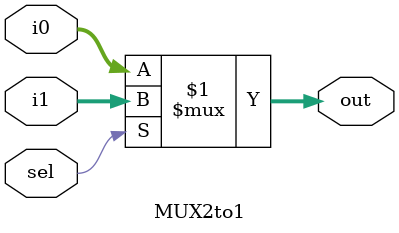
<source format=v>
module MUX2to1(i0, i1, sel, out);
    input [31:0] i0, i1;
    input sel;
    output [31:0] out;

    assign out = sel ? i1 : i0;

endmodule
</source>
